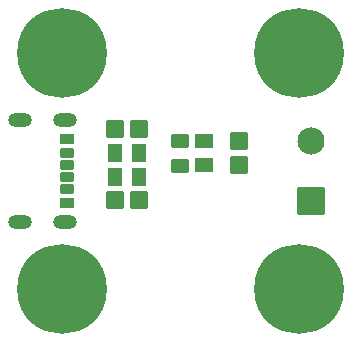
<source format=gts>
G04 Layer: TopSolderMaskLayer*
G04 EasyEDA Pro v2.1.51, 2024-03-10 10:17:56*
G04 Gerber Generator version 0.3*
G04 Scale: 100 percent, Rotated: No, Reflected: No*
G04 Dimensions in millimeters*
G04 Leading zeros omitted, absolute positions, 3 integers and 5 decimals*
%FSLAX35Y35*%
%MOMM*%
%AMRoundRect*1,1,$1,$2,$3*1,1,$1,$4,$5*1,1,$1,0-$2,0-$3*1,1,$1,0-$4,0-$5*20,1,$1,$2,$3,$4,$5,0*20,1,$1,$4,$5,0-$2,0-$3,0*20,1,$1,0-$2,0-$3,0-$4,0-$5,0*20,1,$1,0-$4,0-$5,$2,$3,0*4,1,4,$2,$3,$4,$5,0-$2,0-$3,0-$4,0-$5,$2,$3,0*%
%ADD10RoundRect,0.09131X0.50514X0.40514X0.50514X-0.40514*%
%ADD11RoundRect,0.09017X0.50571X0.35571X0.50571X-0.35571*%
%ADD12O,2.002X1.202*%
%ADD13RoundRect,0.0973X-1.10215X-1.10215X-1.10215X1.10215*%
%ADD14C,2.3016*%
%ADD15RoundRect,0.09387X0.57013X-0.69237X-0.57013X-0.69237*%
%ADD16RoundRect,0.09495X-0.67833X-0.70833X-0.67833X0.70833*%
%ADD17RoundRect,0.09495X0.70833X-0.67833X-0.70833X-0.67833*%
%ADD18RoundRect,0.09302X-0.70406X-0.50429X-0.70406X0.50429*%
%ADD19RoundRect,0.09387X-0.69237X-0.57013X-0.69237X0.57013*%
%ADD20C,7.602*%
G75*


G04 Pad Start*
G54D10*
G01X536253Y1769989D03*
G54D11*
G01X536253Y1650000D03*
G01X536253Y1550000D03*
G01X536253Y1450000D03*
G01X536253Y1350000D03*
G54D10*
G01X536253Y1230011D03*
G54D12*
G01X143747Y1068010D03*
G01X143747Y1931991D03*
G01X523756Y1068010D03*
G01X523756Y1931991D03*
G54D13*
G01X2610000Y1246000D03*
G54D14*
G01X2610000Y1754000D03*
G54D15*
G01X950000Y1650000D03*
G01X1150000Y1650000D03*
G01X950000Y1450000D03*
G01X1150000Y1450000D03*
G54D16*
G01X2000000Y1752997D03*
G01X2000000Y1547003D03*
G54D17*
G01X947003Y1250000D03*
G01X1152997Y1250000D03*
G54D18*
G01X1500000Y1755029D03*
G01X1500000Y1544971D03*
G54D19*
G01X1700000Y1750000D03*
G01X1700000Y1550000D03*
G54D17*
G01X947003Y1850000D03*
G01X1152997Y1850000D03*
G54D20*
G01X500000Y500000D03*
G01X2500000Y500000D03*
G01X2500000Y2500000D03*
G01X500000Y2500000D03*
G04 Pad End*

M02*

</source>
